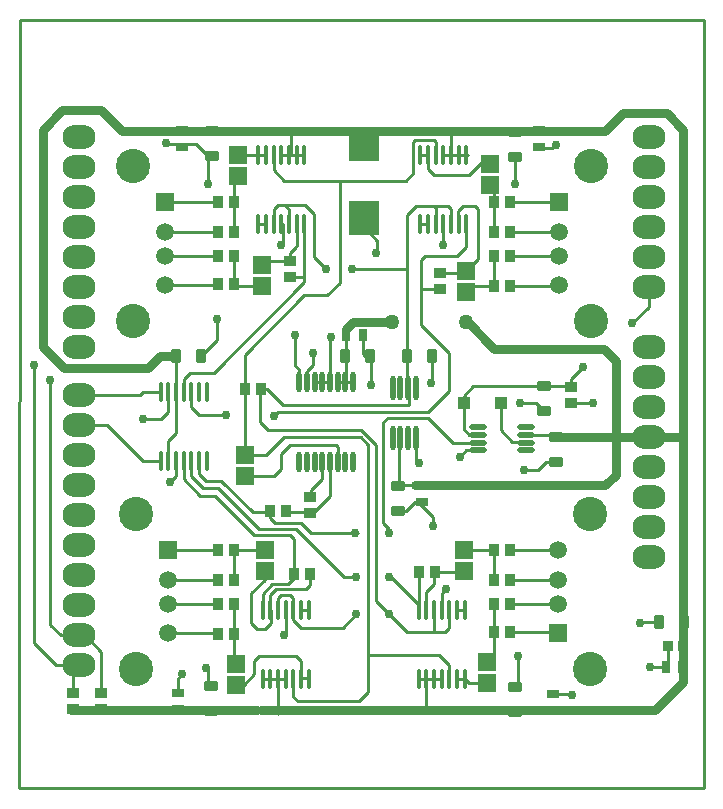
<source format=gtl>
G04 Layer_Physical_Order=1*
G04 Layer_Color=25308*
%FSLAX25Y25*%
%MOIN*%
G70*
G01*
G75*
%ADD10O,0.01378X0.07284*%
%ADD11O,0.05906X0.01772*%
%ADD12O,0.01772X0.08268*%
%ADD13R,0.03543X0.04134*%
%ADD14R,0.04134X0.03543*%
%ADD15R,0.03937X0.03937*%
%ADD16R,0.06102X0.05906*%
G04:AMPARAMS|DCode=17|XSize=47.24mil|YSize=35.43mil|CornerRadius=8.86mil|HoleSize=0mil|Usage=FLASHONLY|Rotation=0.000|XOffset=0mil|YOffset=0mil|HoleType=Round|Shape=RoundedRectangle|*
%AMROUNDEDRECTD17*
21,1,0.04724,0.01772,0,0,0.0*
21,1,0.02953,0.03543,0,0,0.0*
1,1,0.01772,0.01476,-0.00886*
1,1,0.01772,-0.01476,-0.00886*
1,1,0.01772,-0.01476,0.00886*
1,1,0.01772,0.01476,0.00886*
%
%ADD17ROUNDEDRECTD17*%
G04:AMPARAMS|DCode=18|XSize=39.37mil|YSize=27.56mil|CornerRadius=2.76mil|HoleSize=0mil|Usage=FLASHONLY|Rotation=180.000|XOffset=0mil|YOffset=0mil|HoleType=Round|Shape=RoundedRectangle|*
%AMROUNDEDRECTD18*
21,1,0.03937,0.02205,0,0,180.0*
21,1,0.03386,0.02756,0,0,180.0*
1,1,0.00551,-0.01693,0.01102*
1,1,0.00551,0.01693,0.01102*
1,1,0.00551,0.01693,-0.01102*
1,1,0.00551,-0.01693,-0.01102*
%
%ADD18ROUNDEDRECTD18*%
G04:AMPARAMS|DCode=19|XSize=47.24mil|YSize=35.43mil|CornerRadius=8.86mil|HoleSize=0mil|Usage=FLASHONLY|Rotation=270.000|XOffset=0mil|YOffset=0mil|HoleType=Round|Shape=RoundedRectangle|*
%AMROUNDEDRECTD19*
21,1,0.04724,0.01772,0,0,270.0*
21,1,0.02953,0.03543,0,0,270.0*
1,1,0.01772,-0.00886,-0.01476*
1,1,0.01772,-0.00886,0.01476*
1,1,0.01772,0.00886,0.01476*
1,1,0.01772,0.00886,-0.01476*
%
%ADD19ROUNDEDRECTD19*%
G04:AMPARAMS|DCode=20|XSize=39.37mil|YSize=27.56mil|CornerRadius=2.76mil|HoleSize=0mil|Usage=FLASHONLY|Rotation=270.000|XOffset=0mil|YOffset=0mil|HoleType=Round|Shape=RoundedRectangle|*
%AMROUNDEDRECTD20*
21,1,0.03937,0.02205,0,0,270.0*
21,1,0.03386,0.02756,0,0,270.0*
1,1,0.00551,-0.01102,-0.01693*
1,1,0.00551,-0.01102,0.01693*
1,1,0.00551,0.01102,0.01693*
1,1,0.00551,0.01102,-0.01693*
%
%ADD20ROUNDEDRECTD20*%
%ADD21R,0.10039X0.11614*%
%ADD22R,0.03347X0.03543*%
%ADD23O,0.01772X0.07087*%
%ADD24C,0.01000*%
%ADD25C,0.03000*%
%ADD26C,0.05906*%
%ADD27R,0.05906X0.05906*%
%ADD28C,0.11417*%
%ADD29O,0.11000X0.08000*%
%ADD30C,0.03000*%
%ADD31C,0.05000*%
D10*
X324177Y466516D02*
D03*
X321618D02*
D03*
X319059D02*
D03*
X316500D02*
D03*
X313941D02*
D03*
X311382D02*
D03*
X308823D02*
D03*
X324177Y443484D02*
D03*
X321618D02*
D03*
X319059D02*
D03*
X316500D02*
D03*
X313941D02*
D03*
X311382D02*
D03*
X308823D02*
D03*
X270177Y466516D02*
D03*
X267618D02*
D03*
X265059D02*
D03*
X262500D02*
D03*
X259941D02*
D03*
X257382D02*
D03*
X254823D02*
D03*
X270177Y443484D02*
D03*
X267618D02*
D03*
X265059D02*
D03*
X262500D02*
D03*
X259941D02*
D03*
X257382D02*
D03*
X254823D02*
D03*
X222323Y364484D02*
D03*
X224882D02*
D03*
X227441D02*
D03*
X230000D02*
D03*
X232559D02*
D03*
X235118D02*
D03*
X237677D02*
D03*
X222323Y387516D02*
D03*
X224882D02*
D03*
X227441D02*
D03*
X230000D02*
D03*
X232559D02*
D03*
X235118D02*
D03*
X237677D02*
D03*
X308323Y291984D02*
D03*
X310882D02*
D03*
X313441D02*
D03*
X316000D02*
D03*
X318559D02*
D03*
X321118D02*
D03*
X323677D02*
D03*
X308323Y315016D02*
D03*
X310882D02*
D03*
X313441D02*
D03*
X316000D02*
D03*
X318559D02*
D03*
X321118D02*
D03*
X323677D02*
D03*
X256323Y291984D02*
D03*
X258882D02*
D03*
X261441D02*
D03*
X264000D02*
D03*
X266559D02*
D03*
X269118D02*
D03*
X271677D02*
D03*
X256323Y315016D02*
D03*
X258882D02*
D03*
X261441D02*
D03*
X264000D02*
D03*
X266559D02*
D03*
X269118D02*
D03*
X271677D02*
D03*
D11*
X328028Y375839D02*
D03*
Y373280D02*
D03*
Y370721D02*
D03*
Y368161D02*
D03*
X343972Y375839D02*
D03*
Y373280D02*
D03*
Y370721D02*
D03*
Y368161D02*
D03*
D12*
X307339Y388866D02*
D03*
X304780D02*
D03*
X302221D02*
D03*
X299661D02*
D03*
X307339Y372134D02*
D03*
X304780D02*
D03*
X302221D02*
D03*
X299661D02*
D03*
D13*
X333343Y423000D02*
D03*
X338657D02*
D03*
X333343Y433000D02*
D03*
X338657D02*
D03*
X333343Y441000D02*
D03*
X338657D02*
D03*
X333343Y451000D02*
D03*
X338657D02*
D03*
X246657Y423500D02*
D03*
X241342D02*
D03*
X246657Y433000D02*
D03*
X241342D02*
D03*
X246657Y441000D02*
D03*
X241342D02*
D03*
X246657Y451000D02*
D03*
X241342D02*
D03*
X264158Y348000D02*
D03*
X258842D02*
D03*
X250592Y388407D02*
D03*
X255908D02*
D03*
X333343Y335000D02*
D03*
X338657D02*
D03*
X333343Y325000D02*
D03*
X338657D02*
D03*
X308343Y327500D02*
D03*
X313657D02*
D03*
X333343Y317000D02*
D03*
X338657D02*
D03*
X333343Y307500D02*
D03*
X338657D02*
D03*
X246657Y335000D02*
D03*
X241342D02*
D03*
X246657Y325000D02*
D03*
X241342D02*
D03*
X266843Y327000D02*
D03*
X272158D02*
D03*
X246657Y317000D02*
D03*
X241342D02*
D03*
X246657Y307000D02*
D03*
X241342D02*
D03*
D14*
X315500Y421842D02*
D03*
Y427157D02*
D03*
X265500Y425843D02*
D03*
Y431157D02*
D03*
X359000Y389158D02*
D03*
Y383842D02*
D03*
X272000Y352658D02*
D03*
Y347342D02*
D03*
X202500Y287158D02*
D03*
Y281842D02*
D03*
X193000Y287158D02*
D03*
Y281842D02*
D03*
D15*
X335701Y384000D02*
D03*
X323299D02*
D03*
D16*
X324000Y420957D02*
D03*
Y428043D02*
D03*
X332000Y456457D02*
D03*
Y463543D02*
D03*
X256000Y422957D02*
D03*
Y430043D02*
D03*
X248000Y459457D02*
D03*
Y466543D02*
D03*
X250500Y366543D02*
D03*
Y359457D02*
D03*
X323500Y335043D02*
D03*
Y327957D02*
D03*
X331000Y297543D02*
D03*
Y290457D02*
D03*
X257000Y335043D02*
D03*
Y327957D02*
D03*
X247500Y297043D02*
D03*
Y289957D02*
D03*
D17*
X340500Y474134D02*
D03*
Y465866D02*
D03*
X350000Y381366D02*
D03*
Y389634D02*
D03*
X354000Y364366D02*
D03*
Y372634D02*
D03*
X239500Y474634D02*
D03*
Y466366D02*
D03*
X340500Y280866D02*
D03*
Y289134D02*
D03*
X301500Y347866D02*
D03*
Y356134D02*
D03*
X239000Y281366D02*
D03*
Y289634D02*
D03*
D18*
X348500Y474756D02*
D03*
Y469244D02*
D03*
X229500Y474756D02*
D03*
Y469244D02*
D03*
X353000Y281244D02*
D03*
Y286756D02*
D03*
X309500Y356256D02*
D03*
Y350744D02*
D03*
X228000Y281744D02*
D03*
Y287256D02*
D03*
D19*
X227366Y399500D02*
D03*
X235634D02*
D03*
X292134D02*
D03*
X283866D02*
D03*
X396634Y311000D02*
D03*
X388366D02*
D03*
X312634Y399500D02*
D03*
X304366D02*
D03*
D20*
X284244Y406500D02*
D03*
X289756D02*
D03*
X396256Y296000D02*
D03*
X390744D02*
D03*
D21*
X290000Y470303D02*
D03*
Y445697D02*
D03*
D22*
X391441Y303000D02*
D03*
X396559D02*
D03*
D23*
X268543Y364114D02*
D03*
X271102D02*
D03*
X273661D02*
D03*
X276220D02*
D03*
X278780D02*
D03*
X281339D02*
D03*
X283898D02*
D03*
X286457D02*
D03*
X268543Y390886D02*
D03*
X271102D02*
D03*
X273661D02*
D03*
X276220D02*
D03*
X278780D02*
D03*
X281339D02*
D03*
X283898D02*
D03*
X286457D02*
D03*
D24*
X319000Y466516D02*
Y475312D01*
X316500Y466516D02*
X319000D01*
X255000Y299500D02*
X267500D01*
X253500Y298000D02*
X255000Y299500D01*
X253500Y293500D02*
Y298000D01*
X267500Y299500D02*
X269000Y298000D01*
X249957Y289957D02*
X253500Y293500D01*
X313500Y449500D02*
X314441D01*
X307500D02*
X313500D01*
X313941Y449059D01*
Y443484D02*
Y449059D01*
X319059Y443484D02*
Y448441D01*
X318000Y449500D02*
X319059Y448441D01*
X324000Y436000D02*
Y442307D01*
X321000Y433000D02*
X324000Y436000D01*
X321500Y448000D02*
X323000Y449500D01*
X321500Y443602D02*
Y448000D01*
X308823Y443484D02*
X311382D01*
X314000Y466957D02*
Y471000D01*
X313500Y471500D02*
X314000Y471000D01*
X307000Y471500D02*
X313500D01*
X309323Y466516D02*
X311500D01*
Y461764D02*
Y466516D01*
Y461764D02*
X313264Y460000D01*
X329000Y464000D02*
X330500D01*
X325000Y460000D02*
X329000Y464000D01*
X313264Y460000D02*
X325000D01*
X294000Y434000D02*
X294500Y434500D01*
Y438000D01*
X283965Y399717D02*
Y408465D01*
X341500Y291000D02*
X341683Y290817D01*
X341500Y291000D02*
Y299500D01*
X234122Y470244D02*
X238000Y466366D01*
Y457000D02*
Y466366D01*
X312634Y390634D02*
Y399500D01*
X278780Y390886D02*
Y405780D01*
X279000Y406000D01*
X292500Y390000D02*
Y397634D01*
X343500Y361500D02*
X348000D01*
X350866Y364366D01*
X342000Y384000D02*
X347366D01*
X348866Y382500D01*
X359157Y384000D02*
X366500D01*
X216500Y378500D02*
X222500D01*
X224882Y380882D01*
Y387516D01*
X353000Y286756D02*
X359244D01*
X308256Y350744D02*
X313000Y346000D01*
Y343000D02*
Y346000D01*
X315500Y427157D02*
X323114D01*
X309000Y410000D02*
Y431500D01*
X309157Y421842D02*
X315500D01*
X289756Y400378D02*
Y406500D01*
X235634Y399500D02*
X241000Y404866D01*
Y412000D01*
X292000Y440500D02*
X294500Y438000D01*
X292000Y440500D02*
Y449197D01*
X245500Y467043D02*
X246028Y466516D01*
X254823D01*
X257382D01*
X259941D02*
X260000Y466457D01*
Y461500D02*
Y466457D01*
Y461500D02*
X263500Y458000D01*
X282000D01*
X304000D02*
X306500Y460500D01*
X282000Y458000D02*
X304000D01*
X282000Y424000D02*
Y458000D01*
X277750Y419750D02*
X282000Y424000D01*
X270250Y419750D02*
X277750D01*
X304528Y390472D02*
Y428500D01*
Y446527D02*
X307500Y449500D01*
X304528Y428500D02*
Y446527D01*
X259941Y448441D02*
X261500Y450000D01*
X259941Y443484D02*
Y448441D01*
X270500Y450000D02*
X273500Y447000D01*
X263500Y450000D02*
X270500D01*
X273500Y432500D02*
Y447000D01*
X286000Y428500D02*
X304528D01*
X273500Y432500D02*
X277500Y428500D01*
X250500Y400000D02*
X270250Y419750D01*
X271102Y394602D02*
X273000Y396500D01*
Y400500D01*
X267000Y396500D02*
Y406500D01*
Y396500D02*
X268543Y394957D01*
X225500Y357500D02*
X227441Y359441D01*
Y364484D01*
X316500Y437000D02*
Y443484D01*
X263000Y437000D02*
Y443484D01*
X276220Y390886D02*
X278780D01*
X273661D02*
X276220D01*
X289756Y400378D02*
X292500Y397634D01*
X350866Y364366D02*
X354000D01*
X322000Y366000D02*
X324161Y368161D01*
X328028D01*
X307000Y350744D02*
X308256D01*
X304122Y347866D02*
X307000Y350744D01*
X301500Y347866D02*
X304122D01*
X382500Y311000D02*
X388366D01*
X385500Y296000D02*
X390744D01*
X391441Y296697D01*
Y303000D01*
X298500Y326000D02*
X299000D01*
X308323Y316677D01*
Y315016D02*
Y316677D01*
X283000Y309000D02*
X287500Y313500D01*
X307339Y365161D02*
X308500Y364000D01*
X307339Y365161D02*
Y372134D01*
X316000Y320500D02*
X317500Y322000D01*
X316000Y315016D02*
Y320500D01*
X263500Y306500D02*
X264000Y307000D01*
Y315016D01*
X343972Y373280D02*
X353354D01*
X385000Y416000D02*
Y422500D01*
X379500Y410500D02*
X385000Y416000D01*
X326500Y389500D02*
X358658D01*
X359000Y392000D02*
X363000Y396000D01*
X359000Y389158D02*
Y392000D01*
X323299Y386299D02*
X326500Y389500D01*
X323299Y384000D02*
Y386299D01*
X339500Y371000D02*
X343693D01*
X335701Y374799D02*
X339500Y371000D01*
X335701Y374799D02*
Y384000D01*
X323299Y375201D02*
X325220Y373280D01*
X323299Y375201D02*
Y384000D01*
X298000Y379000D02*
X311500D01*
X319779Y370721D02*
X325528D01*
X311500Y379000D02*
X319779Y370721D01*
X294000Y318000D02*
X298500Y313500D01*
X294000Y318000D02*
Y370000D01*
X304500Y307500D02*
X313500D01*
X298500Y313500D02*
X304500Y307500D01*
X283500Y326000D02*
X287500D01*
X267500Y342000D02*
X283500Y326000D01*
X296500Y377500D02*
X298000Y379000D01*
X296500Y344000D02*
Y377500D01*
Y344000D02*
X298500Y342000D01*
Y340500D02*
Y342000D01*
X287000Y340500D02*
X288000D01*
X272500D02*
X287000D01*
X257685Y347500D02*
X258685Y346500D01*
X269000Y344000D02*
X272500Y340500D01*
X260500Y344000D02*
X269000D01*
X258842Y345657D02*
X260500Y344000D01*
X258842Y345657D02*
Y348000D01*
X255000Y342000D02*
X267500D01*
X241500Y355500D02*
X255000Y342000D01*
X265500Y340000D02*
X266843Y338657D01*
X253500Y340000D02*
X265500D01*
X240500Y353000D02*
X253500Y340000D01*
X311500Y381000D02*
X318500Y388000D01*
X261500Y381000D02*
X311500D01*
X260000Y379500D02*
X261500Y381000D01*
X263085Y383073D02*
X304927D01*
X257750Y388407D02*
X263085Y383073D01*
X185500Y310000D02*
X189000Y306500D01*
X185500Y310000D02*
Y391500D01*
X180000Y304000D02*
X187500Y296500D01*
X180000Y304000D02*
Y396500D01*
X189000Y306500D02*
X193000D01*
X187500Y296500D02*
X195000D01*
X271102Y390886D02*
Y394602D01*
X268543Y390886D02*
Y394957D01*
X250500Y388407D02*
Y400000D01*
X270177Y424177D02*
Y443484D01*
X240000Y394000D02*
X270177Y424177D01*
X232000Y394000D02*
X240000D01*
X194000Y295500D02*
X195000Y296500D01*
X197000Y306500D02*
X202500Y301000D01*
X195000Y306500D02*
X197000D01*
X310882Y281752D02*
Y291984D01*
X313441D02*
X316000D01*
X310882D02*
X313441D01*
X308323D02*
X310882D01*
X265878Y466516D02*
X270177D01*
X261441Y291984D02*
X264000D01*
X261500Y280256D02*
Y291925D01*
X258882Y291984D02*
X261441D01*
X256323D02*
X258882D01*
X315000Y300000D02*
X318559Y296441D01*
X291500Y300000D02*
X315000D01*
X269000Y309000D02*
X283000D01*
X291500Y287500D02*
Y370000D01*
X288500Y284500D02*
X291500Y287500D01*
X289000Y372500D02*
X291500Y370000D01*
X260900Y321900D02*
X270900D01*
X258882Y319882D02*
X260900Y321900D01*
X258882Y315016D02*
Y319882D01*
X266559Y315016D02*
Y318941D01*
X265500Y320000D02*
X266559Y318941D01*
X262500Y320000D02*
X265500D01*
X261441Y318941D02*
X262500Y320000D01*
X261441Y315016D02*
Y318941D01*
X272158Y323158D02*
Y327000D01*
X270900Y321900D02*
X272158Y323158D01*
X264843Y323500D02*
X266843Y325500D01*
X259500Y323500D02*
X264843D01*
X266843Y325500D02*
Y327000D01*
X256323Y320323D02*
X259500Y323500D01*
X266559Y311441D02*
Y315016D01*
Y311441D02*
X269000Y309000D01*
X269118Y315016D02*
X271677D01*
X253000Y347500D02*
X257685D01*
X242500Y358000D02*
X253000Y347500D01*
X235500Y353000D02*
X240500D01*
X230000Y358500D02*
X235500Y353000D01*
X237500Y358000D02*
X242500D01*
X235118Y360382D02*
X237500Y358000D01*
X235118Y360382D02*
Y364484D01*
X230000Y358500D02*
Y364484D01*
X266843Y327000D02*
Y338657D01*
X224835Y307221D02*
X241122D01*
X269000Y292102D02*
X271559D01*
X269000D02*
Y298000D01*
X245500Y289957D02*
X249957D01*
X246657Y298201D02*
Y307000D01*
Y317000D01*
X224835Y317063D02*
X241280D01*
X254500Y308500D02*
X257000D01*
X252500Y310500D02*
X254500Y308500D01*
X252500Y310500D02*
Y320500D01*
X258882Y315016D02*
X259000Y314898D01*
Y310500D02*
Y314898D01*
X257000Y308500D02*
X259000Y310500D01*
X252500Y320500D02*
X257000Y325000D01*
Y327957D01*
X246657Y335000D02*
X256957D01*
X246657Y325000D02*
Y335000D01*
X224835Y324937D02*
X241280D01*
X224835Y334780D02*
X241122D01*
X266559Y285941D02*
Y291984D01*
Y285941D02*
X268000Y284500D01*
X288500D01*
X272158Y327000D02*
X272500Y326658D01*
X256323Y315016D02*
Y320323D01*
X273500Y347500D02*
X278780Y352780D01*
X265000Y347500D02*
X273500D01*
X264000Y346500D02*
X265000Y347500D01*
X278780Y352780D02*
Y364114D01*
X236559Y355500D02*
X241500D01*
X232559Y359500D02*
X236559Y355500D01*
X333343Y450500D02*
Y458299D01*
Y441000D02*
Y450500D01*
X314500Y449500D02*
X318000D01*
X310500Y433000D02*
X321000D01*
X309000Y431500D02*
X310500Y433000D01*
X328000Y432000D02*
Y448500D01*
X325000Y429000D02*
X328000Y432000D01*
X309000Y410000D02*
X318500Y400500D01*
X327000Y449500D02*
X328000Y448500D01*
X323000Y449500D02*
X327000D01*
X333299Y422957D02*
Y432957D01*
X324000Y422957D02*
X333299D01*
X318500Y388000D02*
Y400500D01*
X270020Y425843D02*
X270177Y426000D01*
X265500Y425843D02*
X270020D01*
X265500Y434000D02*
X267500Y436000D01*
X267618Y436118D02*
Y443484D01*
X265500Y431157D02*
Y434000D01*
X246701Y422957D02*
X256000D01*
Y430043D02*
X257114Y431157D01*
X265500D01*
X261500Y450000D02*
X263500D01*
X265059Y448441D01*
Y443484D02*
Y448441D01*
X232559Y359500D02*
Y364484D01*
X318559Y291984D02*
Y296441D01*
X308323Y315016D02*
Y327480D01*
X313657Y327500D02*
X322043D01*
X313158D02*
X313657D01*
X313500Y323500D02*
Y327343D01*
X310882Y320882D02*
X313500Y323500D01*
X310882Y315016D02*
Y320882D01*
X333343Y298701D02*
Y307500D01*
X321118Y291984D02*
X323677D01*
X325205Y290457D01*
X321118Y315016D02*
X323677D01*
X313500Y307500D02*
X317000D01*
X318500Y309000D01*
Y309882D01*
X318559Y309941D01*
Y315016D01*
X313441Y307559D02*
Y315016D01*
Y307559D02*
X313500Y307500D01*
X338657Y335000D02*
X354445D01*
X338657Y325000D02*
X354602D01*
X338657Y317000D02*
X354602D01*
X354386Y307500D02*
X354665Y307221D01*
X338657Y307500D02*
X354386D01*
X333343D02*
Y317000D01*
Y325000D02*
Y335000D01*
X323543D02*
X333343D01*
X325205Y290457D02*
X331000D01*
X255400Y377600D02*
Y387900D01*
Y377600D02*
X258000Y375000D01*
X289000D01*
X255400Y387900D02*
X255908Y388407D01*
X304528Y390472D02*
X305000Y390000D01*
X304441Y387486D02*
X304927Y387000D01*
Y383073D02*
Y387000D01*
X289000Y375000D02*
X294000Y370000D01*
X263500Y372500D02*
X289000D01*
X257543Y366543D02*
X263500Y372500D01*
X250500Y366543D02*
X257543D01*
X255908Y388407D02*
X257750D01*
X280677Y370000D02*
X281339Y369339D01*
X265500Y370000D02*
X280677D01*
X262500Y367000D02*
X265500Y370000D01*
X338657Y451000D02*
X354445D01*
X338657Y441000D02*
X354602D01*
X338687Y432976D02*
X354631D01*
X338657Y423000D02*
X354445D01*
X319059Y466516D02*
X324677D01*
X227441Y387516D02*
Y397807D01*
Y373941D02*
Y387516D01*
X224882Y371382D02*
X227441Y373941D01*
X224882Y364484D02*
Y371382D01*
X216516Y364484D02*
X222323D01*
X216516Y387516D02*
X222323D01*
X272342Y351658D02*
Y354842D01*
X276220Y358720D01*
Y364114D01*
X281339D02*
Y369339D01*
X283898Y390886D02*
X286457D01*
X281339D02*
X283898D01*
X284125Y391114D02*
Y399515D01*
X283898Y390886D02*
X284125Y391114D01*
X195000Y376500D02*
X204500D01*
X216516Y364484D01*
X195000Y386500D02*
X215500D01*
X216516Y387516D01*
X301500Y356500D02*
X306878D01*
X301882D02*
Y370268D01*
X232559Y382441D02*
Y387516D01*
Y382441D02*
X235000Y380000D01*
X244000D01*
X262500Y362000D02*
Y367000D01*
X259957Y359457D02*
X262500Y362000D01*
X250500Y359457D02*
X259957D01*
X250342Y368201D02*
Y388000D01*
X225335Y450779D02*
X241622D01*
X225335Y440937D02*
X241779D01*
X224835Y433063D02*
X241280D01*
X224835Y423220D02*
X241122D01*
X246657Y423000D02*
Y433000D01*
Y440000D02*
Y445500D01*
Y461114D01*
X263000Y466516D02*
X265059D01*
X230000Y387516D02*
Y392000D01*
X232000Y394000D01*
X265878Y466516D02*
Y475366D01*
X224256Y470244D02*
X234122D01*
X254823Y443484D02*
X257382D01*
X228000Y287256D02*
Y292000D01*
X229500Y293500D01*
X238000Y289634D02*
Y295000D01*
X193000Y287158D02*
Y294500D01*
X202500Y287158D02*
Y301000D01*
X306500Y460500D02*
Y471000D01*
X307000Y471500D01*
X340500Y457000D02*
Y465866D01*
X348500Y468744D02*
X352744D01*
X354000Y470000D01*
X175000Y255500D02*
X400500D01*
X403500D01*
Y511500D01*
X175500D02*
X403500D01*
X175000Y255500D02*
X175500Y511500D01*
D25*
X283965Y408465D02*
X286500Y411000D01*
X299500D01*
X354134Y372500D02*
X374000D01*
X222000Y399500D02*
X227366D01*
X218000Y395500D02*
X222000Y399500D01*
X190000Y395500D02*
X218000D01*
X183000Y402500D02*
X190000Y395500D01*
X183000Y402500D02*
Y475000D01*
X189500Y481500D01*
X192500Y281634D02*
X254500D01*
X387000Y281500D02*
X396500Y291000D01*
Y372500D01*
Y475000D01*
X385000Y372500D02*
X396500D01*
X374000D02*
X385000D01*
X370500Y356500D02*
X374000Y360000D01*
X307000Y356500D02*
X370500D01*
X333500Y402000D02*
X370000D01*
X324000Y411500D02*
X333500Y402000D01*
X324000Y411000D02*
Y411500D01*
X370000Y402000D02*
X374000Y398000D01*
Y372500D02*
Y398000D01*
Y360000D02*
Y372500D01*
X255634Y281500D02*
X387000D01*
X391000Y480500D02*
X396500Y475000D01*
X370500Y474500D02*
X376500Y480500D01*
X391000D01*
X189500Y481500D02*
X202500D01*
X209500Y474500D01*
X370500D01*
D26*
X355165Y440937D02*
D03*
Y423220D02*
D03*
Y433063D02*
D03*
X223835Y440937D02*
D03*
Y423220D02*
D03*
Y433063D02*
D03*
X354665Y317063D02*
D03*
Y334780D02*
D03*
Y324937D02*
D03*
X224835D02*
D03*
Y307221D02*
D03*
Y317063D02*
D03*
D27*
X355165Y450779D02*
D03*
X223835D02*
D03*
X354665Y307221D02*
D03*
X224835Y334780D02*
D03*
D28*
X365835Y462866D02*
D03*
Y411134D02*
D03*
X213165Y462866D02*
D03*
Y411134D02*
D03*
X365335Y295134D02*
D03*
Y346866D02*
D03*
X214165D02*
D03*
Y295134D02*
D03*
D29*
X195000Y472500D02*
D03*
Y346500D02*
D03*
Y336500D02*
D03*
Y326500D02*
D03*
Y316500D02*
D03*
Y306500D02*
D03*
Y296500D02*
D03*
Y356500D02*
D03*
Y366500D02*
D03*
Y376500D02*
D03*
Y386500D02*
D03*
Y452500D02*
D03*
Y442500D02*
D03*
Y432500D02*
D03*
Y422500D02*
D03*
Y412500D02*
D03*
Y402500D02*
D03*
Y462500D02*
D03*
X385000Y402500D02*
D03*
Y392500D02*
D03*
Y332500D02*
D03*
Y342500D02*
D03*
Y352500D02*
D03*
Y362500D02*
D03*
Y372500D02*
D03*
Y382500D02*
D03*
Y472500D02*
D03*
Y462500D02*
D03*
Y452500D02*
D03*
Y442500D02*
D03*
Y432500D02*
D03*
Y422500D02*
D03*
D30*
X294000Y434000D02*
D03*
X238000Y457000D02*
D03*
X279000Y406000D02*
D03*
X312500Y390500D02*
D03*
X292500Y390000D02*
D03*
X343500Y361500D02*
D03*
X342000Y384000D02*
D03*
X366500D02*
D03*
X216500Y378500D02*
D03*
X359500Y286500D02*
D03*
X341500Y299500D02*
D03*
X313000Y343000D02*
D03*
X241000Y412000D02*
D03*
X286000Y428500D02*
D03*
X277500D02*
D03*
X267000Y406500D02*
D03*
X273000Y400500D02*
D03*
X298500Y326000D02*
D03*
X287500Y313500D02*
D03*
X316500Y436500D02*
D03*
X262500D02*
D03*
X225500Y357500D02*
D03*
X385500Y296000D02*
D03*
X382000Y310500D02*
D03*
X322000Y366000D02*
D03*
X308500Y364000D02*
D03*
X317500Y322000D02*
D03*
X263500Y306500D02*
D03*
X379500Y410500D02*
D03*
X363000Y396000D02*
D03*
X298500Y313500D02*
D03*
X287500Y326000D02*
D03*
X298500Y340500D02*
D03*
X287000D02*
D03*
X185500Y391500D02*
D03*
X180000Y396500D02*
D03*
X260000Y379500D02*
D03*
X244000Y380000D02*
D03*
X224000Y470500D02*
D03*
X229500Y293500D02*
D03*
X237500Y295500D02*
D03*
X340500Y457000D02*
D03*
X354000Y470000D02*
D03*
D31*
X299500Y411000D02*
D03*
X324000D02*
D03*
M02*

</source>
